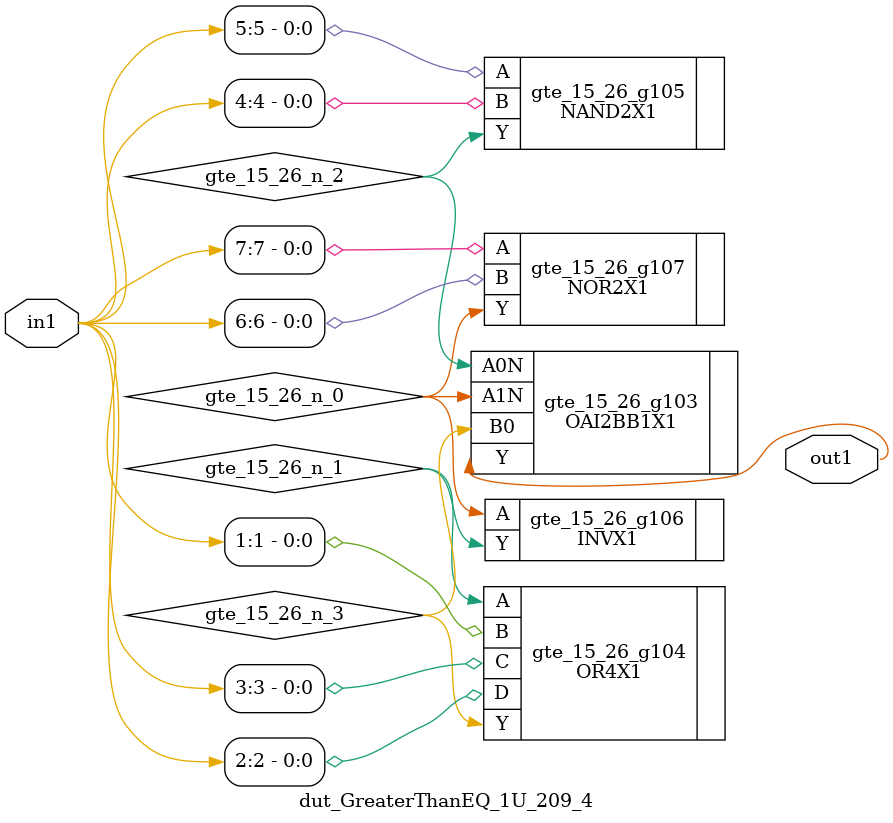
<source format=v>
`timescale 1ps / 1ps


module dut_GreaterThanEQ_1U_209_4(in1, out1);
  input [7:0] in1;
  output out1;
  wire [7:0] in1;
  wire out1;
  wire gte_15_26_n_0, gte_15_26_n_1, gte_15_26_n_2, gte_15_26_n_3;
  OAI2BB1X1 gte_15_26_g103(.A0N (gte_15_26_n_2), .A1N (gte_15_26_n_0),
       .B0 (gte_15_26_n_3), .Y (out1));
  OR4X1 gte_15_26_g104(.A (gte_15_26_n_1), .B (in1[1]), .C (in1[3]), .D
       (in1[2]), .Y (gte_15_26_n_3));
  NAND2X1 gte_15_26_g105(.A (in1[5]), .B (in1[4]), .Y (gte_15_26_n_2));
  INVX1 gte_15_26_g106(.A (gte_15_26_n_0), .Y (gte_15_26_n_1));
  NOR2X1 gte_15_26_g107(.A (in1[7]), .B (in1[6]), .Y (gte_15_26_n_0));
endmodule



</source>
